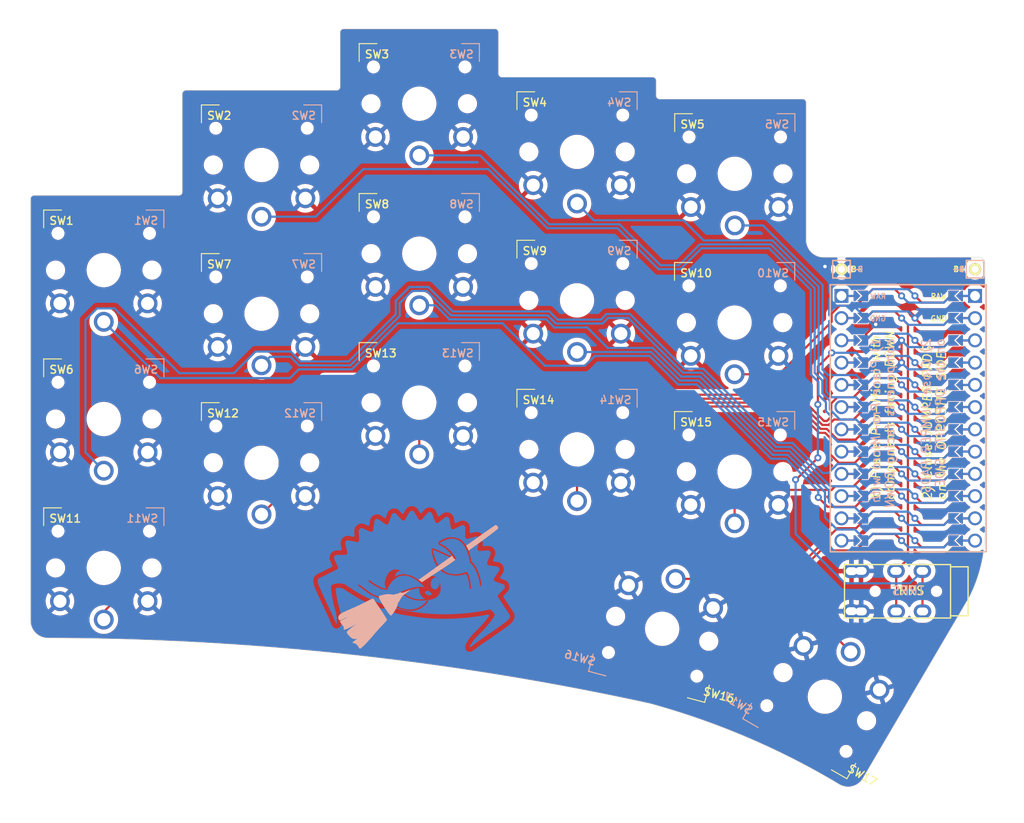
<source format=kicad_pcb>
(kicad_pcb (version 20221018) (generator pcbnew)
  (layers (0 "F.Cu" signal) (31 "B.Cu" signal) (34 "B.Paste" user) (35 "F.Paste" user) (36 "B.SilkS" user "B.Silkscreen") (37 "F.SilkS" user "F.Silkscreen") (38 "B.Mask" user) (39 "F.Mask" user) (44 "Edge.Cuts" user))
  (net 0 "")
  (net 1 "gnd")
  (net 2 "vcc")
  (net 3 "Switch18")
  (net 4 "reset")
  (net 5 "Switch1")
  (net 6 "Switch2")
  (net 7 "Switch3")
  (net 8 "Switch4")
  (net 9 "Switch5")
  (net 10 "Switch6")
  (net 11 "Switch7")
  (net 12 "Switch8")
  (net 13 "Switch9")
  (net 14 "Switch10")
  (net 15 "Switch11")
  (net 16 "Switch12")
  (net 17 "Switch13")
  (net 18 "Switch14")
  (net 19 "Switch15")
  (net 20 "Switch16")
  (net 21 "Switch17")
  (net 22 "raw")
  (net 23 "BT+_r")
  (footprint "kbd:1pin_conn" (layer "F.Cu") (at 126.492 45.974)
    (fp_text reference "B+")
    (fp_text value "MountingHole_Pad" hide)
  )
  (footprint "kbd:1pin_conn" (layer "F.Cu") (at 111.252 45.974)
    (fp_text reference "B-")
    (fp_text value "MountingHole_Pad" hide)
  )
  (footprint "Kailh:TRRS-PJ-DPB2" (layer "F.Cu") (at 123.698 82.75 -90)
    (fp_text reference "J2")
    (fp_text value "AudioJack4dpb" hide)
  )
  (footprint "* duckyb-collection:SW_PG1350_rev_DPB" (layer "F.Cu") (at 27.08 46.08)
    (fp_text reference "SW1" hide)
    (fp_text value "SW_Push" hide)
  )
  (footprint "* duckyb-collection:SW_PG1350_rev_DPB" (layer "F.Cu") (at 45.08 34.08)
    (fp_text reference "SW2" hide)
    (fp_text value "SW_Push" hide)
  )
  (footprint "* duckyb-collection:SW_PG1350_rev_DPB" (layer "F.Cu") (at 63.08 27.08)
    (fp_text reference "SW3" hide)
    (fp_text value "SW_Push" hide)
  )
  (footprint "* duckyb-collection:SW_PG1350_rev_DPB" (layer "F.Cu") (at 81.08 32.58)
    (fp_text reference "SW4" hide)
    (fp_text value "SW_Push" hide)
  )
  (footprint "* duckyb-collection:SW_PG1350_rev_DPB" (layer "F.Cu") (at 99.08 35.08)
    (fp_text reference "SW5" hide)
    (fp_text value "SW_Push" hide)
  )
  (footprint "* duckyb-collection:SW_PG1350_rev_DPB" (layer "F.Cu") (at 27.08 63.08)
    (fp_text reference "SW6" hide)
    (fp_text value "SW_Push" hide)
  )
  (footprint "* duckyb-collection:SW_PG1350_rev_DPB" (layer "F.Cu") (at 45.08 51.054)
    (fp_text reference "SW7" hide)
    (fp_text value "SW_Push" hide)
  )
  (footprint "* duckyb-collection:SW_PG1350_rev_DPB" (layer "F.Cu") (at 63.08 44.196)
    (fp_text reference "SW8" hide)
    (fp_text value "SW_Push" hide)
  )
  (footprint "* duckyb-collection:SW_PG1350_rev_DPB" (layer "F.Cu") (at 81.08 49.53)
    (fp_text reference "SW9" hide)
    (fp_text value "SW_Push" hide)
  )
  (footprint "* duckyb-collection:SW_PG1350_rev_DPB" (layer "F.Cu") (at 99.06 52.07)
    (fp_text reference "SW10" hide)
    (fp_text value "SW_Push" hide)
  )
  (footprint "* duckyb-collection:SW_PG1350_rev_DPB" (layer "F.Cu") (at 27.08 80.08)
    (fp_text reference "SW11" hide)
    (fp_text value "SW_Push" hide)
  )
  (footprint "* duckyb-collection:SW_PG1350_rev_DPB" (layer "F.Cu") (at 45.08 68.072)
    (fp_text reference "SW12" hide)
    (fp_text value "SW_Push" hide)
  )
  (footprint "* duckyb-collection:SW_PG1350_rev_DPB" (layer "F.Cu") (at 63.08 61.214)
    (fp_text reference "SW13" hide)
    (fp_text value "SW_Push" hide)
  )
  (footprint "* duckyb-collection:SW_PG1350_rev_DPB" (layer "F.Cu") (at 81.08 66.548)
    (fp_text reference "SW14" hide)
    (fp_text value "SW_Push" hide)
  )
  (footprint "* duckyb-collection:SW_PG1350_rev_DPB" (layer "F.Cu") (at 99.06 69.088)
    (fp_text reference "SW15" hide)
    (fp_text value "SW_Push" hide)
  )
  (footprint "* duckyb-collection:SW_PG1350_rev_DPB" (layer "F.Cu") (at 109.356 94.78 150)
    (fp_text reference "SW17" hide)
    (fp_text value "SW_Push" hide)
  )
  (footprint "* duckyb-collection:SW_PG1350_rev_DPB" (layer "F.Cu") (at 90.796 87.03 165)
    (fp_text reference "SW16" hide)
    (fp_text value "SW_Push" hide)
  )
  (footprint "* duckyb-collection:ProMicro_jumpers_facedown" (layer "F.Cu") (at 118.872 62.992 -90)
    (fp_text reference "U1" hide)
    (fp_text value "ProMicro-kbd" hide)
  )
  (footprint "Kailh:ferris_broom" (layer "B.Cu") (at 64.008 82.042 170)
    (fp_text reference "G***" hide)
    (fp_text value "LOGO" hide)
  )
  (gr_arc (start 126.885 44.612) (mid 127.41533 44.83167) (end 127.635 45.362) (stroke (width 0.05)) (layer "Edge.Cuts"))
  (gr_line (start 18.73 37.95293) (end 18.73 86.09861) (stroke (width 0.05)) (layer "Edge.Cuts"))
  (gr_arc (start 89.409134 95.561946) (mid 100.486488 99.421597) (end 110.938 104.748) (stroke (width 0.05)) (layer "Edge.Cuts"))
  (gr_arc (start 109.257002 44.614917) (mid 107.844534 44.065716) (end 107.222001 42.683999) (stroke (width 0.05)) (layer "Edge.Cuts"))
  (gr_arc (start 113.67 104.149265) (mid 112.428995 105.01898) (end 110.938 104.748) (stroke (width 0.05)) (layer "Edge.Cuts"))
  (gr_arc (start 20.768 88.081119) (mid 55.288442 89.987554) (end 89.409134 95.561946) (stroke (width 0.05)) (layer "Edge.Cuts"))
  (gr_arc (start 20.767844 88.075962) (mid 19.330647 87.518357) (end 18.73 86.09861) (stroke (width 0.05)) (layer "Edge.Cuts"))
  (gr_line (start 127.635 45.362) (end 127.635 62.484) (stroke (width 0.05)) (layer "Edge.Cuts"))
  (gr_line (start 107.222001 42.683999) (end 107.222001 26.95) (stroke (width 0.05)) (layer "Edge.Cuts"))
  (gr_line (start 109.257002 44.614917) (end 126.885 44.612) (stroke (width 0.05)) (layer "Edge.Cuts"))
  (gr_line (start 125.888304 83.312) (end 113.67 104.149265) (stroke (width 0.05)) (layer "Edge.Cuts"))
  (gr_arc (start 127.635 75.98785) (mid 127.177913 79.749197) (end 125.888304 83.312) (stroke (width 0.05)) (layer "Edge.Cuts"))
  (gr_line (start 127.635 62.484) (end 127.647 69.85) (stroke (width 0.05)) (layer "Edge.Cuts"))
  (gr_line (start 127.647 69.85) (end 127.635 75.98785) (stroke (width 0.05)) (layer "Edge.Cuts"))
  (gr_arc (start 36.047194 25.95) (mid 36.169064 25.668615) (end 36.452987 25.552783) (stroke (width 0.05)) (layer "Edge.Cuts"))
  (gr_arc (start 89.707068 24.05) (mid 89.99116 24.16884) (end 90.11 24.452932) (stroke (width 0.05)) (layer "Edge.Cuts"))
  (gr_arc (start 18.73 37.95293) (mid 18.8478 37.669862) (end 19.13 37.55) (stroke (width 0.05)) (layer "Edge.Cuts"))
  (gr_arc (start 90.51 26.550124) (mid 90.22707 26.43293) (end 90.109876 26.15) (stroke (width 0.05)) (layer "Edge.Cuts"))
  (gr_line (start 72.11716 18.942849) (end 72.11716 23.65) (stroke (width 0.05)) (layer "Edge.Cuts"))
  (gr_line (start 54.050124 25.15) (end 54.050124 18.94) (stroke (width 0.05)) (layer "Edge.Cuts"))
  (gr_arc (start 54.050124 25.15) (mid 53.933091 25.433872) (end 53.65 25.552783) (stroke (width 0.05)) (layer "Edge.Cuts"))
  (gr_arc (start 71.717151 18.54284) (mid 72 18.66) (end 72.11716 18.942849) (stroke (width 0.05)) (layer "Edge.Cuts"))
  (gr_line (start 19.13 37.55) (end 35.64707 37.55) (stroke (width 0.05)) (layer "Edge.Cuts"))
  (gr_line (start 90.51 26.550124) (end 106.826302 26.55) (stroke (width 0.05)) (layer "Edge.Cuts"))
  (gr_arc (start 72.517224 24.050064) (mid 72.234336 23.932888) (end 72.11716 23.65) (stroke (width 0.05)) (layer "Edge.Cuts"))
  (gr_arc (start 106.826302 26.55) (mid 107.106378 26.668658) (end 107.222001 26.95) (stroke (width 0.05)) (layer "Edge.Cuts"))
  (gr_line (start 72.517224 24.050064) (end 89.707068 24.05) (stroke (width 0.05)) (layer "Edge.Cuts"))
  (gr_line (start 90.11 24.452932) (end 90.109876 26.15) (stroke (width 0.05)) (layer "Edge.Cuts"))
  (gr_line (start 54.452928 18.542807) (end 71.72 18.542807) (stroke (width 0.05)) (layer "Edge.Cuts"))
  (gr_arc (start 36.047194 37.149876) (mid 35.93 37.432806) (end 35.64707 37.55) (stroke (width 0.05)) (layer "Edge.Cuts"))
  (gr_arc (start 54.05 18.942928) (mid 54.169005 18.65983) (end 54.452928 18.542807) (stroke (width 0.05)) (layer "Edge.Cuts"))
  (gr_line (start 36.047194 37.149876) (end 36.047194 25.95) (stroke (width 0.05)) (layer "Edge.Cuts"))
  (gr_line (start 36.452987 25.552783) (end 53.65 25.552783) (stroke (width 0.05)) (layer "Edge.Cuts"))
  (gr_text "RAW" (at 116.40097 49.0728) (layer "B.SilkS") (effects (font (size 0.6 0.6) (thickness 0.12)) (justify left mirror)))
  (gr_text "B-" (at 113.03 45.974) (layer "B.SilkS") (effects (font (size 0.6 0.6)) (justify mirror)))
  (gr_text "2) Close JUMPER PADS\non the OPPOSITE SIDE" (at 121.7168 53.7464 90) (layer "B.SilkS") (effects (font (size 1 1) (thickness 0.15) italic) (justify left mirror)))
  (gr_text "GND" (at 116.40097 51.6128) (layer "B.SilkS") (effects (font (size 0.6 0.6) (thickness 0.12)) (justify left mirror)))
  (gr_text "1) Place Pro-Micro with\ncomponents facing DOWN" (at 115.9764 53.7464 90) (layer "B.SilkS") (effects (font (size 1 1) (thickness 0.15) italic) (justify left mirror)))
  (gr_text "B+" (at 124.587 45.974) (layer "B.SilkS") (effects (font (size 0.6 0.6)) (justify mirror)))
  (gr_text "1) Place Pro-Micro with\ncomponents facing DOWN" (at 115.9764 72.4408 90) (layer "F.SilkS") (effects (font (size 1 1) (thickness 0.15) italic) (justify left)))
  (gr_text "GND" (at 121.3612 51.6128) (layer "F.SilkS") (effects (font (size 0.6 0.6) (thickness 0.12)) (justify left)))
  (gr_text "2) Close JUMPER PADS\non the OPPOSITE SIDE" (at 121.8692 72.4408 90) (layer "F.SilkS") (effects (font (size 1 1) (thickness 0.15) italic) (justify left)))
  (gr_text "TRRS" (at 118.872 82.677) (layer "F.SilkS") (effects (font (size 1 1))))
  (gr_text "RAW" (at 121.3612 49.0728) (layer "F.SilkS") (effects (font (size 0.6 0.6) (thickness 0.12)) (justify left)))
  (segment (start 114.046 53.3908) (end 115.1636 52.2732) (width 0.25) (layer "F.Cu") (net 1))
  (segment (start 118.11 56.642) (end 118.11 54.102) (width 0.25) (layer "F.Cu") (net 1))
  (segment (start 114.046 54.102) (end 114.046 53.3908) (width 0.25) (layer "F.Cu") (net 1))
  (via (at 115.1636 52.2732) (size 0.8) (drill 0.4) (layers "F.Cu" "B.Cu") (net 1))
  (via (at 109.3724 45.6692) (size 0.8) (drill 0.4) (layers "F.Cu" "B.Cu") (net 1))
  (segment (start 112.630511 50.146511) (end 110.661711 50.146511) (width 0.25) (layer "B.Cu") (net 1))
  (segment (start 110.127489 47.098511) (end 111.252 45.974) (width 0.25) (layer "B.Cu") (net 1))
  (segment (start 114.7572 52.2732) (end 114.046 51.562) (width 0.25) (layer "B.Cu") (net 1))
  (segment (start 110.661711 50.146511) (end 110.127489 49.612289) (width 0.25) (layer "B.Cu") (net 1))
  (segment (start 114.046 51.562) (end 112.630511 50.146511) (width 0.25) (layer "B.Cu") (net 1))
  (segment (start 115.1636 52.2732) (end 114.7572 52.2732) (width 0.25) (layer "B.Cu") (net 1))
  (segment (start 110.127489 49.612289) (end 110.127489 47.098511) (width 0.25) (layer "B.Cu") (net 1))
  (segment (start 120.498 85.05) (end 120.498 80.44) (width 0.25) (layer "F.Cu") (net 2))
  (segment (start 108.5596 57.0992) (end 108.5596 61.4172) (width 0.25) (layer "F.Cu") (net 2))
  (segment (start 106.0196 70.0024) (end 106.0704 70.0024) (width 0.25) (layer "F.Cu") (net 2))
  (segment (start 106.0704 70.0024) (end 108.5596 67.5132) (width 0.25) (layer "F.Cu") (net 2))
  (segment (start 120.498 80.44) (end 120.478 80.42) (width 0.25) (layer "F.Cu") (net 2))
  (segment (start 110.1344 55.5244) (end 108.5596 57.0992) (width 0.25) (layer "F.Cu") (net 2))
  (via (at 106.0196 70.0024) (size 0.8) (drill 0.4) (layers "F.Cu" "B.Cu") (net 2))
  (via (at 110.1344 55.5244) (size 0.8) (drill 0.4) (layers "F.Cu" "B.Cu") (net 2))
  (via (at 108.5596 67.5132) (size 0.8) (drill 0.4) (layers "F.Cu" "B.Cu") (net 2))
  (via (at 108.5596 61.4172) (size 0.8) (drill 0.4) (layers "F.Cu" "B.Cu") (net 2))
  (segment (start 108.5596 67.5132) (end 108.5596 61.4172) (width 0.25) (layer "B.Cu") (net 2))
  (segment (start 111.6584 81.8388) (end 119.0592 81.8388) (width 0.25) (layer "B.Cu") (net 2))
  (segment (start 110.141311 55.517489) (end 112.921489 55.517489) (width 0.25) (layer "B.Cu") (net 2))
  (segment (start 112.921489 55.517489) (end 114.046 56.642) (width 0.25) (layer "B.Cu") (net 2))
  (segment (start 119.0592 81.8388) (end 120.478 80.42) (width 0.25) (layer "B.Cu") (net 2))
  (segment (start 106.0196 70.0024) (end 106.0196 76.2) (width 0.25) (layer "B.Cu") (net 2))
  (segment (start 110.1344 55.5244) (end 110.141311 55.517489) (width 0.25) (layer "B.Cu") (net 2))
  (segment (start 106.0196 76.2) (end 111.6584 81.8388) (width 0.25) (layer "B.Cu") (net 2))
  (segment (start 118.11 51.562) (end 118.834511 52.286511) (width 0.25) (layer "F.Cu") (net 3))
  (segment (start 118.834511 52.286511) (end 118.834511 79.063489) (width 0.25) (layer "F.Cu") (net 3))
  (segment (start 117.498 80.44) (end 117.478 80.42) (width 0.25) (layer "F.Cu") (net 3))
  (segment (start 118.834511 79.063489) (end 117.478 80.42) (width 0.25) (layer "F.Cu") (net 3))
  (segment (start 117.498 85.05) (end 117.498 80.44) (width 0.25) (layer "F.Cu") (net 3))
  (segment (start 108.6104 72.0344) (end 109.6772 73.1012) (width 0.25) (layer "F.Cu") (net 5))
  (segment (start 112.8268 73.1012) (end 114.046 71.882) (width 0.25) (layer "F.Cu") (net 5))
  (segment (start 109.6772 73.1012) (end 112.8268 73.1012) (width 0.25) (layer "F.Cu") (net 5))
  (via (at 108.6104 72.0344) (size 0.8) (drill 0.4) (layers "F.Cu" "B.Cu") (net 5))
  (segment (start 108.6104 71.299954) (end 104.925246 67.6148) (width 0.25) (layer "B.Cu") (net 5))
  (segment (start 60.653557 52.14856) (end 55.398597 57.40352) (width 0.25) (layer "B.Cu") (net 5))
  (segment (start 49.32728 57.40352) (end 48.321289 58.409511) (width 0.25) (layer "B.Cu") (net 5))
  (segment (start 103.2256 67.6148) (end 94.742 59.1312) (width 0.25) (layer "B.Cu") (net 5))
  (segment (start 81.9912 56.9976) (end 77.4192 56.9976) (width 0.25) (layer "B.Cu") (net 5))
  (segment (start 83.10928 55.87952) (end 81.9912 56.9976) (width 0.25) (layer "B.Cu") (net 5))
  (segment (start 72.57016 52.14856) (end 60.653557 52.14856) (width 0.25) (layer "B.Cu") (net 5))
  (segment (start 48.321289 58.409511) (end 33.509511 58.409511) (width 0.25) (layer "B.Cu") (net 5))
  (segment (start 108.6104 72.0344) (end 108.6104 71.299954) (width 0.25) (layer "B.Cu") (net 5))
  (segment (start 94.742 59.1312) (end 92.6084 59.1312) (width 0.25) (layer "B.Cu") (net 5))
  (segment (start 55.398597 57.40352) (end 49.32728 57.40352) (width 0.25) (layer "B.Cu") (net 5))
  (segment (start 92.6084 59.1312) (end 89.35672 55.87952) (width 0.25) (layer "B.Cu") (net 5))
  (segment (start 77.4192 56.9976) (end 72.57016 52.14856) (width 0.25) (layer "B.Cu") (net 5))
  (segment (start 33.509511 58.409511) (end 27.08 51.98) (width 0.25) (layer "B.Cu") (net 5))
  (segment (start 89.35672 55.87952) (end 83.10928 55.87952) (width 0.25) (layer "B.Cu") (net 5))
  (segment (start 104.925246 67.6148) (end 103.2256 67.6148) (width 0.25) (layer "B.Cu") (net 5))
  (segment (start 108.62576 60.316396) (end 109.48168 61.172316) (width 0.25) (layer "B.Cu") (net 6))
  (segment (start 108.62576 58.869314) (end 108.62576 60.316396) (width 0.25) (layer "B.Cu") (net 6))
  (segment (start 95.276118 43.5864) (end 102.994846 43.5864) (width 0.25) (layer "B.Cu") (net 6))
  (segment (start 85.69192 41.29272) (end 90.36552 45.96632) (width 0.25) (layer "B.Cu") (net 6))
  (segment (start 110.0328 64.8716) (end 110.838689 65.677489) (width 0.25) (layer "B.Cu") (net 6))
  (segment (start 110.838689 65.677489) (end 112.921489 65.677489) (width 0.25) (layer "B.Cu") (net 6))
  (segment (start 109.48168 62.177698) (end 110.0328 62.728818) (width 0.25) (layer "B.Cu") (net 6))
  (segment (start 90.36552 45.96632) (end 92.896198 45.96632) (width 0.25) (layer "B.Cu") (net 6))
  (segment (start 70.941483 34.544) (end 77.690203 41.29272) (width 0.25) (layer "B.Cu") (net 6))
  (segment (start 110.0328 62.728818) (end 110.0328 64.8716) (width 0.25) (layer "B.Cu") (net 6))
  (segment (start 102.994846 43.5864) (end 107.7468 48.338354) (width 0.25) (layer "B.Cu") (net 6))
  (segment (start 45.08 39.98) (end 51.2568 39.98) (width 0.25) (layer "B.Cu") (net 6))
  (segment (start 109.48168 61.172316) (end 109.48168 62.177698) (width 0.25) (layer "B.Cu") (net 6))
  (segment (start 51.2568 39.98) (end 56.6928 34.544) (width 0.25) (layer "B.Cu") (net 6))
  (segment (start 112.921489 65.677489) (end 114.046 66.802) (width 0.25) (layer "B.Cu") (net 6))
  (segment (start 107.7468 57.990354) (end 108.62576 58.869314) (width 0.25) (layer "B.Cu") (net 6))
  (segment (start 92.896198 45.96632) (end 95.276118 43.5864) (width 0.25) (layer "B.Cu") (net 6))
  (segment (start 56.6928 34.544) (end 70.941483 34.544) (width 0.25) (layer "B.Cu") (net 6))
  (segment (start 107.7468 48.338354) (end 107.7468 57.990354) (width 0.25) (layer "B.Cu") (net 6))
  (segment (start 77.690203 41.29272) (end 85.69192 41.29272) (width 0.25) (layer "B.Cu") (net 6))
  (segment (start 103.181044 43.13688) (end 108.19632 48.152156) (width 0.25) (layer "B.Cu") (net 7))
  (segment (start 92.71 45.5168) (end 95.089921 43.13688) (width 0.25) (layer "B.Cu") (net 7))
  (segment (start 63.08 32.98) (end 70.0132 32.98) (width 0.25) (layer "B.Cu") (net 7))
  (segment (start 95.089921 43.13688) (end 103.181044 43.13688) (width 0.25) (layer "B.Cu") (net 7))
  (segment (start 109.9312 61.9915) (end 111.077189 63.137489) (width 0.25) (layer "B.Cu") (net 7))
  (segment (start 112.921489 63.137489) (end 114.046 64.262) (width 0.25) (layer "B.Cu") (net 7))
  (segment (start 90.596601 45.5168) (end 92.71 45.5168) (width 0.25) (layer "B.Cu") (net 7))
  (segment (start 85.923001 40.8432) (end 90.596601 45.5168) (width 0.25) (layer "B.Cu") (net 7))
  (segment (start 108.19632 57.804156) (end 109.07528 58.683116) (width 0.25) (layer "B.Cu") (net 7))
  (segment (start 109.9312 60.986118) (end 109.9312 61.9915) (width 0.25) (layer "B.Cu") (net 7))
  (segment (start 70.0132 32.98) (end 77.8764 40.8432) (width 0.25) (layer "B.Cu") (net 7))
  (segment (start 108.19632 48.152156) (end 108.19632 57.804156) (width 0.25) (layer "B.Cu") (net 7))
  (segment (start 109.07528 58.683116) (end 109.07528 60.130198) (width 0.25) (layer "B.Cu") (net 7))
  (segment (start 77.8764 40.8432) (end 85.923001 40.8432) (width 0.25) (layer "B.Cu") (net 7))
  (segment (start 109.07528 60.130198) (end 109.9312 60.986118) (width 0.25) (layer "B.Cu") (net 7))
  (segment (start 111.077189 63.137489) (end 112.921489 63.137489) (width 0.25) (layer "B.Cu") (net 7))
  (segment (start 109.5248 58.496918) (end 109.5248 59.944) (width 0.25) (layer "B.Cu") (net 8))
  (segment (start 108.64584 47.965958) (end 108.64584 57.617958) (width 0.25) (layer "B.Cu") (net 8))
  (segment (start 108.64584 57.617958) (end 109.5248 58.496918) (width 0.25) (layer "B.Cu") (net 8))
  (segment (start 110.178289 60.597489) (end 112.921489 60.597489) (width 0.25) (layer "B.Cu") (net 8))
  (segment (start 109.5248 59.944) (end 110.178289 60.597489) (width 0.25) (layer "B.Cu") (net 8))
  (segment (start 103.367242 42.68736) (end 108.64584 47.965958) (width 0.25) (layer "B.Cu") (net 8))
  (segment (start 95.51936 42.68736) (end 103.367242 42.68736) (width 0.25) (layer "B.Cu") (net 8))
  (segment (start 81.08 38.48) (end 82.986 40.386) (width 0.25) (layer "B.Cu") (net 8))
  (segment (start 82.986 40.386) (end 93.218 40.386) (width 0.25) (layer "B.Cu") (net 8))
  (segment (start 93.218 40.386) (end 95.51936 42.68736) (width 0.25) (layer "B.Cu") (net 8))
  (segment (start 112.921489 60.597489) (end 114.046 61.722) (width 0.25) (layer "B.Cu") (net 8))
  (segment (start 102.2956 40.98) (end 109.09536 47.779763) (width 0.25) (layer "B.Cu") (net 9))
  (segment (start 109.728 58.0644) (end 110.7793 58.0644) (width 0.25) (layer "B.Cu") (net 9))
  (segment (start 110.7793 58.0644) (end 110.786211 58.057489) (width 0.25) (layer "B.Cu") (net 9))
  (segment (start 110.786211 58.057489) (end 112.921489 58.057489) (width 0.25) (layer "B.Cu") (net 9))
  (segment (start 109.09536 57.43176) (end 109.728 58.0644) (width 0.25) (layer "B.Cu") (net 9))
  (segment (start 99.08 40.98) (end 102.2956 40.98) (width 0.25) (layer "B.Cu") (net 9))
  (segment (start 112.921489 58.057489) (end 114.046 59.182) (width 0.25) (layer "B.Cu") (net 9))
  (segment (start 109.09536 47.779763) (end 109.09536 57.43176) (width 0.25) (layer "B.Cu") (net 9))
  (segment (start 103.970392 65.81672) (end 105.670037 65.81672) (width 0.25) (layer "B.Cu") (net 10))
  (segment (start 105.933359 66.080043) (end 109.093716 69.2404) (width 0.25) (layer "B.Cu") (net 10))
  (segment (start 109.093716 69.2404) (end 109.7633 69.2404) (width 0.25) (layer "B.Cu") (net 10))
  (segment (start 24.990979 66.890979) (end 24.990979 51.767821) (width 0.25) (layer "B.Cu") (net 10))
  (segment (start 66.9036 50.8) (end 77.9272 50.8) (width 0.25) (layer "B.Cu") (net 10))
  (segment (start 41.926209 57.844991) (end 44.3992 55.372) (width 0.25) (layer "B.Cu") (net 10))
  (segment (start 87.373843 51.353772) (end 93.353192 57.33312) (width 0.25) (layer "B.Cu") (net 10))
  (segment (start 105.670037 65.81672) (end 105.933359 66.080043) (width 0.25) (layer "B.Cu") (net 10))
  (segment (start 78.85696 51.72976) (end 83.80464 51.72976) (width 0.25) (layer "B.Cu") (net 10))
  (segment (start 110.786211 68.217489) (end 112.921489 68.217489) (width 0.25) (layer "B.Cu") (net 10))
  (segment (start 95.486792 57.33312) (end 103.970392 65.81672) (width 0.25) (layer "B.Cu") (net 10))
  (segment (start 55.026202 56.50448) (end 60.4012 51.129482) (width 0.25) (layer "B.Cu") (net 10))
  (segment (start 64.1096 48.006) (end 66.9036 50.8) (width 0.25) (layer "B.Cu") (net 10))
  (segment (start 84.443951 51.090449) (end 87.110521 51.090449) (width 0.25) (layer "B.Cu") (net 10))
  (segment (start 48.4124 55.372) (end 49.54488 56.50448) (width 0.25) (layer "B.Cu") (net 10))
  (segment (start 109.7633 69.2404) (end 110.786211 68.217489) (width 0.25) (layer "B.Cu") (net 10))
  (segment (start 61.976 48.006) (end 64.1096 48.006) (width 0.25) (layer "B.Cu") (net 10))
  (segment (start 87.110521 51.090449) (end 87.373843 51.353772) (width 0.25) (layer "B.Cu") (net 10))
  (segment (start 60.4012 49.5808) (end 61.976 48.006) (width 0.25) (layer "B.Cu") (net 10))
  (segment (start 28.2956 50.4444) (end 35.696191 57.844991) (width 0.25) (layer "B.Cu") (net 10))
  (segment (start 93.353192 57.33312) (end 95.486792 57.33312) (width 0.25) (layer "B.Cu") (net 10))
  (segment (start 83.80464 51.72976) (end 84.443951 51.090449) (width 0.25) (layer "B.Cu") (net 10))
  (segment (start 49.54488 56.50448) (end 55.026202 56.50448) (width 0.25) (layer "B.Cu") (net 10))
  (segment (start 27.08 68.98) (end 24.990979 66.890979) (width 0.25) (layer "B.Cu") (net 10))
  (segment (start 35.696191 57.844991) (end 41.926209 57.844991) (width 0.25) (layer "B.Cu") (net 10))
  (segment (start 77.9272 50.8) (end 78.85696 51.72976) (width 0.25) (layer "B.Cu") (net 10))
  (segment (start 26.3144 50.4444) (end 28.2956 50.4444) (width 0.25) (layer "B.Cu") (net 10))
  (segment (start 24.990979 51.767821) (end 26.3144 50.4444) (width 0.25) (layer "B.Cu") (net 10))
  (segment (start 44.3992 55.372) (end 48.4124 55.372) (width 0.25) (layer "B.Cu") (net 10))
  (segment (start 60.4012 51.129482) (end 60.4012 49.5808) (width 0.25) (layer "B.Cu") (net 10))
  (segment (start 112.921489 68.217489) (end 114.046 69.342) (width 0.25) (layer "B.Cu") (net 10))
  (segment (start 103.784194 66.26624) (end 105.483839 66.26624) (width 0.25) (layer "B.Cu") (net 11))
  (segment (start 86.924323 51.539969) (end 93.166994 57.78264) (width 0.25) (layer "B.Cu") (net 11))
  (segment (start 93.166994 57.78264) (end 95.300594 57.78264) (width 0.25) (layer "B.Cu") (net 11))
  (segment (start 95.300594 57.78264) (end 103.784194 66.26624) (width 0.25) (layer "B.Cu") (net 11))
  (segment (start 109.975089 70.757489) (end 112.921489 70.757489) (width 0.25) (layer "B.Cu") (net 11))
  (segment (start 112.921489 70.757489) (end 114.046 71.882) (width 0.25) (layer "B.Cu") (net 11))
  (segment (start 60.85072 49.84248) (end 62.23768 48.45552) (width 0.25) (layer "B.Cu") (net 11))
  (segment (start 48.378602 55.97392) (end 49.358683 56.954) (width 0.25) (layer "B.Cu") (net 11))
  (segment (start 46.06008 55.97392) (end 48.378602 55.97392) (width 0.25) (layer "B.Cu") (net 11))
  (segment (start 62.23768 48.45552) (end 63.923403 48.45552) (width 0.25) (layer "B.Cu") (net 11))
  (segment (start 60.85072 51.315679) (end 60.85072 49.84248) (width 0.25) (layer "B.Cu") (net 11))
  (segment (start 45.08 56.954) (end 46.06008 55.97392) (width 0.25) (layer "B.Cu") (net 11))
  (segment (start 66.717403 51.24952) (end 77.741002 51.24952) (width 0.25) (layer "B.Cu") (net 11))
  (segment (start 84.630149 51.539969) (end 86.924323 51.539969) (width 0.25) (layer "B.Cu") (net 11))
  (segment (start 78.670762 52.17928) (end 83.990838 52.17928) (width 0.25) (layer "B.Cu") (net 11))
  (segment (start 105.483839 66.26624) (end 109.975089 70.757489) (width 0.25) (layer "B.Cu") (net 11))
  (segment (start 63.923403 48.45552) (end 66.717403 51.24952) (width 0.25) (layer "B.Cu") (net 11))
  (segment (start 55.2124 56.954) (end 60.85072 51.315679) (width 0.25) (layer "B.Cu") (net 11))
  (segment (start 49.358683 56.954) (end 55.2124 56.954) (width 0.25) (layer "B.Cu") (net 11))
  (segment (start 77.741002 51.24952) (end 78.670762 52.17928) (width 0.25) (layer "B.Cu") (net 11))
  (segment (start 83.990838 52.17928) (end 84.630149 51.539969) (width 0.25) (layer "B.Cu") (net 11))
  (segment (start 84.582 54.9656) (end 89.714236 54.9656) (width 0.25) (layer "B.Cu") (net 12))
  (segment (start 109.82192 71.240039) (end 109.82192 72.53472) (width 0.25) (layer "B.Cu") (net 12))
  (segment (start 64.928165 50.096) (end 66.531206 51.69904) (width 0.25) (layer "B.Cu") (net 12))
  (segment (start 109.82192 72.53472) (end 110.4392 73.152) (width 0.25) (layer "B.Cu") (net 12))
  (segment (start 89.714236 54.9656) (end 92.980796 58.23216) (width 0.25) (layer "B.Cu") (net 12))
  (segment (start 63.08 50.096) (end 64.928165 50.096) (width 0.25) (layer "B.Cu") (net 12))
  (segment (start 103.597996 66.71576) (end 105.297641 66.71576) (width 0.25) (layer "B.Cu") (net 12))
  (segment (start 95.114396 58.23216) (end 103.597996 66.71576) (width 0.25) (layer "B.Cu") (net 12))
  (segment (start 82.2452 52.6288) (end 84.582 54.9656) (width 0.25) (layer "B.Cu") (net 12))
  (segment (start 66.531206 51.69904) (end 77.554804 51.69904) (width 0.25) (layer "B.Cu") (net 12))
  (segment (start 92.980796 58.23216) (end 95.114396 58.23216) (width 0.25) (layer "B.Cu") (net 12))
  (segment (start 112.776 73.152) (end 114.046 74.422) (width 0.25) (layer "B.Cu") (net 12))
  (segment (start 78.484565 52.6288) (end 82.2452 52.6288) (width 0.25) (layer "B.Cu") (net 12))
  (segment (start 110.4392 73.152) (end 112.776 73.152) (width 0.25) (layer "B.Cu") (net 12))
  (segment (start 105.297641 66.71576) (end 109.82192 71.240039) (width 0.25) (layer "B.Cu") (net 12))
  (segment (start 77.554804 51.69904) (end 78.484565 52.6288) (width 0.25) (layer "B.Cu") (net 12))
  (segment (start 112.776 75.692) (end 114.046 76.962) (width 0.25) (layer "B.Cu") (net 13))
  (segment (start 105.111444 67.16528) (end 109.3724 71.426236) (width 0.25) (layer "B.Cu") (net 13))
  (segment (start 110.744 75.692) (end 112.776 75.692) (width 0.25) (layer "B.Cu") (net 13))
  (segment (start 103.411798 67.16528) (end 105.111444 67.16528) (width 0.25) (layer "B.Cu") (net 13))
  (segment (start 81.08 55.43) (end 89.542918 55.43) (width 0.25) (layer "B.Cu") (net 13))
  (segment (start 89.542918 55.43) (end 92.794598 58.68168) (width 0.25) (layer "B.Cu") (net 13))
  (segment (start 109.3724 71.426236) (end 109.3724 74.3204) (width 0.25) (layer "B.Cu") (net 13))
  (segment (start 94.928198 58.68168) (end 103.411798 67.16528) (width 0.25) (layer "B.Cu") (net 13))
  (segment (start 109.3724 74.3204) (end 110.744 75.692) (width 0.25) (layer "B.Cu") (net 13))
  (segment (start 92.794598 58.68168) (end 94.928198 58.68168) (width 0.25) (layer "B.Cu") (net 13))
  (segment (start 112.921489 50.146511) (end 114.046 49.022) (width 0.25) (layer "F.Cu") (net 14))
  (segment (start 110.127489 51.060911) (end 111.041889 50.146511) (width 0.25) (layer "F.Cu") (net 14))
  (segment (start 104.1328 57.97) (end 110.127489 51.975311) (width 0.25) (layer "F.Cu") (net 14))
  (segment (start 111.041889 50.146511) (end 112.921489 50.146511) (width 0.25) (layer "F.Cu") (net 14))
  (segment (start 110.127489 51.975311) (end 110.127489 51.060911) (width 0.25) (layer "F.Cu") (net 14))
  (segment (start 99.06 57.97) (end 104.1328 57.97) (width 0.25) (layer "F.Cu") (net 14))
  (segment (start 106.257265 60.306511) (end 109.255234 63.30448) (width 0.25) (layer "F.Cu") (net 15))
  (segment (start 30.6324 74.676) (end 41.360819 63.947581) (width 0.25) (layer "F.Cu") (net 15))
  (segment (start 112.630511 60.597489) (end 114.046 59.182) (width 0.25) (layer "F.Cu") (net 15))
  (segment (start 27.08 85.0864) (end 30.6324 81.534) (width 0.25) (layer "F.Cu") (net 15))
  (segment (start 41.360819 63.947581) (end 46.719501 63.947581) (width 0.25) (layer "F.Cu") (net 15))
  (segment (start 110.0836 61.3001) (end 110.786211 60.597489) (width 0.25) (layer "F.Cu") (net 15))
  (segment (start 91.088481 60.306511) (end 106.257265 60.306511) (width 0.25) (layer "F.Cu") (net 15))
  (segment (start 109.255234 63.30448) (end 109.592602 63.30448) (width 0.25) (layer "F.Cu") (net 15))
  (segment (start 109.592602 63.30448) (end 110.0836 62.813482) (width 0.25) (layer "F.Cu") (net 15))
  (segment (start 46.719501 63.947581) (end 52.247082 58.42) (width 0.25) (layer "F.Cu") (net 15))
  (segment (start 30.6324 81.534) (end 30.6324 74.676) (width 0.25) (layer "F.Cu") (net 15))
  (segment (start 110.786211 60.597489) (end 112.630511 60.597489) (width 0.25) (layer "F.Cu") (net 15))
  (segment (start 52.247082 58.42) (end 89.20197 58.42) (width 0.25) (layer "F.Cu") (net 15))
  (segment (start 27.08 85.98) (end 27.08 85.0864) (width 0.25) (layer "F.Cu") (net 15))
  (segment (start 89.20197 58.42) (end 91.088481 60.306511) (width 0.25) (layer "F.Cu") (net 15))
  (segment (start 110.0836 62.813482) (end 110.0836 61.3001) (width 0.25) (layer "F.Cu") (net 15))
  (segment (start 112.630511 63.137489) (end 114.046 61.722) (width 0.25) (layer "F.Cu") (net 16))
  (segment (start 47.1424 71.9096) (end 47.1424 70.161021) (width 0.25) (layer "F.Cu") (net 16))
  (segment (start 52.43328 58.86952) (end 89.015773 58.86952) (width 0.25) (layer "F.Cu") (net 16))
  (segment (start 47.169021 70.161021) (end 47.169021 64.133779) (width 0.25) (layer "F.Cu") (net 16))
  (segment (start 109.7788 63.754) (end 110.395311 63.137489) (width 0.25) (layer "F.Cu") (net 16))
  (segment (start 47.1424 70.161021) (end 47.169021 70.161021) (width 0.25) (layer "F.Cu") (net 16))
  (segment (start 110.395311 63.137489) (end 112.630511 63.137489) (width 0.25) (layer "F.Cu") (net 16))
  (segment (start 47.169021 64.133779) (end 52.43328 58.86952) (width 0.25) (layer "F.Cu") (net 16))
  (segment (start 90.902284 60.756031) (end 106.071067 60.756031) (width 0.25) (layer "F.Cu") (net 16))
  (segment (start 45.08 73.972) (end 47.1424 71.9096) (width 0.25) (layer "F.Cu") (net 16))
  (segment (start 106.071067 60.756031) (end 109.069036 63.754) (width 0.25) (layer "F.Cu") (net 16))
  (segment (start 89.015773 58.86952) (end 90.902284 60.756031) (width 0.25) (layer "F.Cu") (net 16))
  (segment (start 109.069036 63.754) (end 109.7788 63.754) (width 0.25) (layer "F.Cu") (net 16))
  (segment (start 63.08 64.980992) (end 68.741952 59.31904) (width 0.25) (layer "F.Cu") (net 17))
  (segment (start 90.716086 61.205551) (end 105.884869 61.205551) (width 0.25) (layer "F.Cu") (net 17))
  (segment (start 112.8776 65.4304) (end 114.046 64.262) (width 0.25) (layer "F.Cu") (net 17))
  (segment (start 63.08 67.114) (end 63.08 64.980992) (width 0.25) (layer "F.Cu") (net 17))
  (segment (start 110.7948 65.4304) (end 112.8776 65.4304) (width 0.25) (layer "F.Cu") (net 17))
  (segment (start 88.829575 59.31904) (end 90.716086 61.205551) (width 0.25) (layer "F.Cu") (net 17))
  (segment (start 108.882839 64.20352) (end 109.56792 64.20352) (width 0.25) (layer "F.Cu") (net 17))
  (segment (start 109.56792 64.20352) (end 110.7948 65.4304) (width 0.25) (layer "F.Cu") (net 17))
  (segment (start 68.741952 59.31904) (end 88.829575 59.31904) (width 0.25) (layer "F.Cu") (net 17))
  (segment (start 105.884869 61.205551) (end 108.882839 64.20352) (width 0.25) (layer "F.Cu") (net 17))
  (segment (start 89.170129 61.655071) (end 105.698671 61.655071) (width 0.25) (layer "F.Cu") (net 18))
  (segment (start 109.381722 64.65304) (end 109.982 65.253318) (width 0.25) (layer "F.Cu") (net 18))
  (segment (start 109.982 67.1223) (end 110.9317 68.072) (width 0.25) (layer "F.Cu") (net 18))
  (segment (start 108.696642 64.65304) (end 109.381722 64.65304) (width 0.25) (layer "F.Cu") (net 18))
  (segment (start 81.08 69.7452) (end 89.170129 61.655071) (width 0.25) (layer "F.Cu") (net 18))
  (segment (start 109.982 65.253318) (end 109.982 67.1223) (width 0.25) (layer "F.Cu") (net 18))
  (segment (start 105.698671 61.655071) (end 108.696642 64.65304) (width 0.25) (layer "F.Cu") (net 18))
  (segment (start 81.08 72.448) (end 81.08 69.7452) (width 0.25) (layer "F.Cu") (net 18))
  (segment (start 112.776 68.072) (end 114.046 66.802) (width 0.25) (layer "F.Cu") (net 18))
  (segment (start 110.9317 68.072) (end 112.776 68.072) (width 0.25) (layer "F.Cu") (net 18))
  (segment (start 110.12665 71.1708) (end 110.539961 70.757489) (width 0.25) (layer "F.Cu") (net 19))
  (segment (start 99.06 74.988) (end 99.06 72.854992) (width 0.25) (layer "F.Cu") (net 19))
  (segment (start 100.744192 71.1708) (end 110.12665 71.1708) (width 0.25) (layer "F.Cu") (net 19))
  (segment (start 112.630511 70.757489) (end 114.046 69.342) (width 0.25) (layer "F.Cu") (net 19))
  (segment (start 99.06 72.854992) (end 100.744192 71.1708) (width 0.25) (layer "F.Cu") (net 19))
  (segment (start 110.539961 70.757489) (end 112.630511 70.757489) (width 0.25) (layer "F.Cu") (net 19))
  (segment (start 110.786211 75.546511) (end 112.921489 75.546511) (width 0.25) (layer "F.Cu") (net 20))
  (segment (start 112.921489 75.546511) (end 114.046 74.422) (width 0.25) (layer "F.Cu") (net 20))
  (segment (start 105.001684 81.331038) (end 110.786211 75.546511) (width 0.25) (layer "F.Cu") (net 20))
  (segment (start 92.323032 81.331038) (end 105.001684 81.331038) (width 0.25) (layer "F.Cu") (net 20))
  (segment (start 108.881929 78.086511) (end 112.921489 78.086511) (width 0.25) (layer "F.Cu") (net 21))
  (segment (start 105.41 82.77445) (end 105.41 81.55844) (width 0.25) (layer "F.Cu") (net 21))
  (segment (start 105.41 81.55844) (end 108.881929 78.086511) (width 0.25) (layer "F.Cu") (net 21))
  (segment (start 112.921489 78.086511) (end 114.046 76.962) (width 0.25) (layer "F.Cu") (net 21))
  (segment (start 112.306 89.67045) (end 105.41 82.77445) (width 0.25) (layer "F.Cu") (net 21))
  (zone (net 1) (net_name "gnd") (layers "F&B.Cu") (connect_pads (clearance 0.508)) (min_thickness 0.254) (fill yes (thermal_gap 0.508) (thermal_bridge_width 0.508) (island_removal_mode 1) (island_area_min 0))
    (polygon (pts (xy 15.24 15.24) (xy 132.08 15.24) (xy 132.08 109.22) (xy 15.24 109.22)))
  )
)
</source>
